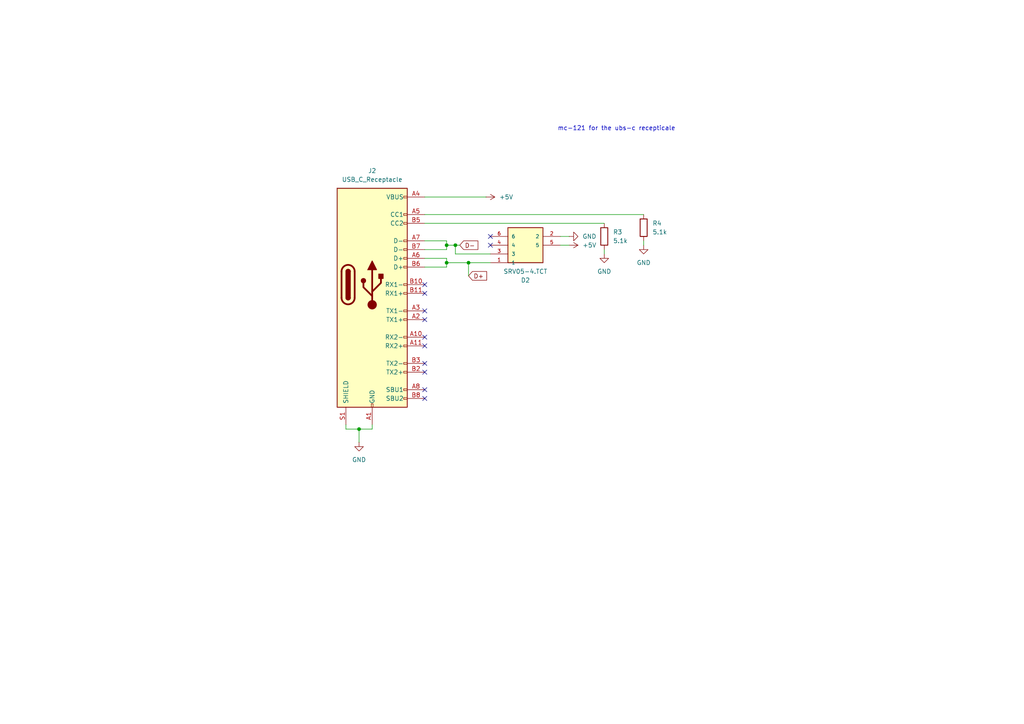
<source format=kicad_sch>
(kicad_sch (version 20250114) (generator "eeschema") (generator_version "9.0")
  (paper "A4")
  (lib_symbols
    (symbol "Connector:USB_C_Receptacle" (pin_names (offset 1.016))
      (property "Reference" "J" (at -10.16 29.21 0))
      (property "Value" "USB_C_Receptacle" (at 10.16 29.21 0))
      (symbol "USB_C_Receptacle_0_0"
        (rectangle (start -0.254 -35.56) (end 0.254 -34.544))
        (rectangle (start 10.16 25.654) (end 9.144 25.146))
        (rectangle (start 10.16 20.574) (end 9.144 20.066))
        (rectangle (start 10.16 18.034) (end 9.144 17.526))
        (rectangle (start 10.16 12.954) (end 9.144 12.446))
        (rectangle (start 10.16 10.414) (end 9.144 9.906))
        (rectangle (start 10.16 7.874) (end 9.144 7.366))
        (rectangle (start 10.16 5.334) (end 9.144 4.826))
        (rectangle (start 10.16 0.254) (end 9.144 -0.254))
        (rectangle (start 10.16 -2.286) (end 9.144 -2.794))
        (rectangle (start 10.16 -7.366) (end 9.144 -7.874))
        (rectangle (start 10.16 -9.906) (end 9.144 -10.414))
        (rectangle (start 10.16 -14.986) (end 9.144 -15.494))
        (rectangle (start 10.16 -17.526) (end 9.144 -18.034))
        (rectangle (start 10.16 -22.606) (end 9.144 -23.114))
        (rectangle (start 10.16 -25.146) (end 9.144 -25.654))
        (rectangle (start 10.16 -30.226) (end 9.144 -30.734))
        (rectangle (start 10.16 -32.766) (end 9.144 -33.274))
      )
      (symbol "USB_C_Receptacle_0_1"
        (rectangle (start -10.16 27.94) (end 10.16 -35.56) (stroke (width 0.254)) (fill (type background)))
        (polyline (pts (xy -8.89 -3.81) (xy -8.89 3.81)) (stroke (width 0.508)))
        (rectangle (start -7.62 -3.81) (end -6.35 3.81) (stroke (width 0.254)) (fill (type outline)))
        (arc (start -7.62 3.81) (mid -6.985 4.4423) (end -6.35 3.81) (stroke (width 0.254)))
        (arc (start -7.62 3.81) (mid -6.985 4.4423) (end -6.35 3.81) (stroke (width 0.254)) (fill (type outline)))
        (arc (start -8.89 3.81) (mid -6.985 5.7067) (end -5.08 3.81) (stroke (width 0.508)))
        (arc (start -5.08 -3.81) (mid -6.985 -5.7067) (end -8.89 -3.81) (stroke (width 0.508)))
        (arc (start -6.35 -3.81) (mid -6.985 -4.4423) (end -7.62 -3.81) (stroke (width 0.254)))
        (arc (start -6.35 -3.81) (mid -6.985 -4.4423) (end -7.62 -3.81) (stroke (width 0.254)) (fill (type outline)))
        (polyline (pts (xy -5.08 3.81) (xy -5.08 -3.81)) (stroke (width 0.508)))
      )
      (symbol "USB_C_Receptacle_1_1"
        (circle (center -2.54 1.143) (radius 0.635) (stroke (width 0.254)) (fill (type outline)))
        (polyline (pts (xy -1.27 4.318) (xy 0 6.858) (xy 1.27 4.318) (xy -1.27 4.318)) (stroke (width 0.254)) (fill (type outline)))
        (polyline (pts (xy 0 -2.032) (xy 2.54 0.508) (xy 2.54 1.778)) (stroke (width 0.508)))
        (polyline (pts (xy 0 -3.302) (xy -2.54 -0.762) (xy -2.54 0.508)) (stroke (width 0.508)))
        (polyline (pts (xy 0 -5.842) (xy 0 4.318)) (stroke (width 0.508)))
        (circle (center 0 -5.842) (radius 1.27) (fill (type outline)))
        (rectangle (start 1.905 1.778) (end 3.175 3.048) (stroke (width 0.254)) (fill (type outline)))
        (pin passive line (at -7.62 -40.64 90) (length 5.08) (name "SHIELD") (number "S1"))
        (pin passive line (at 0 -40.64 90) (length 5.08) (name "GND") (number "A1"))
        (pin passive line (at 0 -40.64 90) (length 5.08) (hide yes) (name "GND") (number "A12"))
        (pin passive line (at 0 -40.64 90) (length 5.08) (hide yes) (name "GND") (number "B1"))
        (pin passive line (at 0 -40.64 90) (length 5.08) (hide yes) (name "GND") (number "B12"))
        (pin passive line (at 15.24 25.4 180) (length 5.08) (name "VBUS") (number "A4"))
        (pin passive line (at 15.24 25.4 180) (length 5.08) (hide yes) (name "VBUS") (number "A9"))
        (pin passive line (at 15.24 25.4 180) (length 5.08) (hide yes) (name "VBUS") (number "B4"))
        (pin passive line (at 15.24 25.4 180) (length 5.08) (hide yes) (name "VBUS") (number "B9"))
        (pin bidirectional line (at 15.24 20.32 180) (length 5.08) (name "CC1") (number "A5"))
        (pin bidirectional line (at 15.24 17.78 180) (length 5.08) (name "CC2") (number "B5"))
        (pin bidirectional line (at 15.24 12.7 180) (length 5.08) (name "D-") (number "A7"))
        (pin bidirectional line (at 15.24 10.16 180) (length 5.08) (name "D-") (number "B7"))
        (pin bidirectional line (at 15.24 7.62 180) (length 5.08) (name "D+") (number "A6"))
        (pin bidirectional line (at 15.24 5.08 180) (length 5.08) (name "D+") (number "B6"))
        (pin bidirectional line (at 15.24 0 180) (length 5.08) (name "RX1-") (number "B10"))
        (pin bidirectional line (at 15.24 -2.54 180) (length 5.08) (name "RX1+") (number "B11"))
        (pin bidirectional line (at 15.24 -7.62 180) (length 5.08) (name "TX1-") (number "A3"))
        (pin bidirectional line (at 15.24 -10.16 180) (length 5.08) (name "TX1+") (number "A2"))
        (pin bidirectional line (at 15.24 -15.24 180) (length 5.08) (name "RX2-") (number "A10"))
        (pin bidirectional line (at 15.24 -17.78 180) (length 5.08) (name "RX2+") (number "A11"))
        (pin bidirectional line (at 15.24 -22.86 180) (length 5.08) (name "TX2-") (number "B3"))
        (pin bidirectional line (at 15.24 -25.4 180) (length 5.08) (name "TX2+") (number "B2"))
        (pin bidirectional line (at 15.24 -30.48 180) (length 5.08) (name "SBU1") (number "A8"))
        (pin bidirectional line (at 15.24 -33.02 180) (length 5.08) (name "SBU2") (number "B8"))
      )
    )
    (symbol "Device:R" (pin_numbers (hide yes)) (pin_names (offset 0))
      (property "Reference" "R" (at 2.032 0 90))
      (property "Value" "R" (at 0 0 90))
      (symbol "R_0_1"
        (rectangle (start -1.016 -2.54) (end 1.016 2.54) (stroke (width 0.254)))
      )
      (symbol "R_1_1"
        (pin passive line (at 0 3.81 270) (length 1.27) (name "~") (number "1"))
        (pin passive line (at 0 -3.81 90) (length 1.27) (name "~") (number "2"))
      )
    )
    (symbol "SRV05-4.TCT:SRV05-4.TCT" (pin_names (offset 1.016))
      (property "Reference" "D" (at -3.81 0 0))
      (property "Value" "SRV05-4.TCT" (at -3.81 2.54 0))
      (symbol "SRV05-4.TCT_0_0"
        (rectangle (start 5.08 -7.62) (end 15.24 2.54) (stroke (width 0.254)) (fill (type background)))
        (pin bidirectional line (at 0 -2.54 0) (length 5.08) (name "5") (number "5"))
        (pin bidirectional line (at 0 -5.08 0) (length 5.08) (name "2") (number "2"))
        (pin bidirectional line (at 20.32 2.54 180) (length 5.08) (name "1") (number "1"))
        (pin bidirectional line (at 20.32 0 180) (length 5.08) (name "3") (number "3"))
        (pin bidirectional line (at 20.32 -2.54 180) (length 5.08) (name "4") (number "4"))
        (pin bidirectional line (at 20.32 -5.08 180) (length 5.08) (name "6") (number "6"))
      )
    )
    (symbol "power:+5V" (power) (pin_numbers (hide yes)) (pin_names (offset 0) (hide yes))
      (property "Value" "+5V" (at 0 3.556 0))
      (symbol "+5V_0_1"
        (polyline (pts (xy -0.762 1.27) (xy 0 2.54)))
        (polyline (pts (xy 0 2.54) (xy 0.762 1.27)))
        (polyline (pts (xy 0 0) (xy 0 2.54)))
      )
      (symbol "+5V_1_1"
        (pin power_in line (at 0 0 90) (length 0) (name "~") (number "1"))
      )
    )
    (symbol "power:GND" (power) (pin_numbers (hide yes)) (pin_names (offset 0) (hide yes))
      (property "Value" "GND" (at 0 -3.81 0))
      (symbol "GND_0_1"
        (polyline (pts (xy 0 0) (xy 0 -1.27) (xy 1.27 -1.27) (xy 0 -2.54) (xy -1.27 -1.27) (xy 0 -1.27)))
      )
      (symbol "GND_1_1"
        (pin power_in line (at 0 0 270) (length 0) (name "~") (number "1"))
      )
    )
  )
  (text "\n" (at 157.226 37.338 0) (effects (font (size 1.27 1.27))))
  (text "mc-121 for the ubs-c recepticale\n" (at 178.816 37.338 0) (effects (font (size 1.27 1.27))))
  (junction (at 129.54 71.12))
  (junction (at 132.08 71.12))
  (junction (at 129.54 76.2))
  (junction (at 135.89 76.2))
  (junction (at 104.14 124.46))
  (no_connect (at 123.19 105.41))
  (no_connect (at 142.24 68.58))
  (no_connect (at 142.24 71.12))
  (no_connect (at 123.19 113.03))
  (no_connect (at 123.19 85.09))
  (no_connect (at 123.19 82.55))
  (no_connect (at 123.19 92.71))
  (no_connect (at 123.19 107.95))
  (no_connect (at 123.19 115.57))
  (no_connect (at 123.19 97.79))
  (no_connect (at 123.19 100.33))
  (no_connect (at 123.19 90.17))
  (wire (pts (xy 123.19 64.77) (xy 175.26 64.77)))
  (wire (pts (xy 175.26 72.39) (xy 175.26 73.66)))
  (wire (pts (xy 186.69 69.85) (xy 186.69 71.12)))
  (wire (pts (xy 129.54 77.47) (xy 123.19 77.47)))
  (wire (pts (xy 123.19 62.23) (xy 186.69 62.23)))
  (wire (pts (xy 107.95 124.46) (xy 107.95 123.19)))
  (wire (pts (xy 135.89 80.01) (xy 135.89 76.2)))
  (wire (pts (xy 104.14 124.46) (xy 104.14 128.27)))
  (wire (pts (xy 129.54 69.85) (xy 129.54 71.12)))
  (wire (pts (xy 132.08 71.12) (xy 132.08 73.66)))
  (wire (pts (xy 165.1 71.12) (xy 162.56 71.12)))
  (wire (pts (xy 123.19 74.93) (xy 129.54 74.93)))
  (wire (pts (xy 129.54 71.12) (xy 132.08 71.12)))
  (wire (pts (xy 165.1 68.58) (xy 162.56 68.58)))
  (wire (pts (xy 123.19 69.85) (xy 129.54 69.85)))
  (wire (pts (xy 135.89 76.2) (xy 142.24 76.2)))
  (wire (pts (xy 100.33 124.46) (xy 104.14 124.46)))
  (wire (pts (xy 132.08 73.66) (xy 142.24 73.66)))
  (wire (pts (xy 129.54 71.12) (xy 129.54 72.39)))
  (wire (pts (xy 129.54 72.39) (xy 123.19 72.39)))
  (wire (pts (xy 129.54 76.2) (xy 135.89 76.2)))
  (wire (pts (xy 129.54 76.2) (xy 129.54 77.47)))
  (wire (pts (xy 104.14 124.46) (xy 107.95 124.46)))
  (wire (pts (xy 129.54 74.93) (xy 129.54 76.2)))
  (wire (pts (xy 123.19 57.15) (xy 140.97 57.15)))
  (wire (pts (xy 100.33 124.46) (xy 100.33 123.19)))
  (wire (pts (xy 132.08 71.12) (xy 133.35 71.12)))
  (global_label "D-" (shape input) (at 133.35 71.12 0) (property "Intersheetrefs" "${INTERSHEET_REFS}" (effects (hide yes))))
  (global_label "D+" (shape input) (at 135.89 80.01 0) (property "Intersheetrefs" "${INTERSHEET_REFS}" (effects (hide yes))))
  (symbol (lib_id "Connector:USB_C_Receptacle") (at 107.95 82.55 0) (unit 1)
    (property "Reference" "J2" (at 107.95 49.53 0))
    (property "Value" "USB_C_Receptacle" (at 107.95 52.07 0))
    (property "Footprint" "Library:HRO_TYPE-C-31-M-12" (effects (hide yes)))
    (property "Datasheet" "https://www.usb.org/sites/default/files/documents/usb_type-c.zip" (effects (hide yes)))
    (property "Description" "USB Full-Featured Type-C Receptacle connector" (effects (hide yes)))
  )
  (symbol (lib_id "SRV05-4.TCT:SRV05-4.TCT") (at 162.56 73.66 180) (unit 1)
    (property "Reference" "D2" (at 152.4 81.28 0))
    (property "Value" "SRV05-4.TCT" (at 152.4 78.74 0))
    (property "Footprint" "Library:SOT95P280X145-6N" (effects (hide yes)))
    (property "MANUFACTURER_NAME" "SEMTECH" (effects (hide yes)))
    (property "MF" "UMW" (effects (hide yes)))
    (property "MOUSER_PRICE-STOCK" "https://www.mouser.com/Search/Refine.aspx?Keyword=947-SRV05-4.TCT" (effects (hide yes)))
    (property "DESCRIPTION" "Semtech SRV05-4.TCT, Uni-Directional TVS Diode Array, 300W, 6-Pin SOT-23" (effects (hide yes)))
    (property "MOUSER_PART_NUMBER" "947-SRV05-4.TCT" (effects (hide yes)))
    (property "Price" "None" (effects (hide yes)))
    (property "Package" "None" (effects (hide yes)))
    (property "Check_prices" "https://www.snapeda.com/parts/SRV05-4.TCT/UMW/view-part/?ref=eda" (effects (hide yes)))
    (property "HEIGHT" "1.45mm" (effects (hide yes)))
    (property "SnapEDA_Link" "https://www.snapeda.com/parts/SRV05-4.TCT/UMW/view-part/?ref=snap" (effects (hide yes)))
    (property "MP" "SRV05-4.TCT" (effects (hide yes)))
    (property "Description_1" "ESD Suppressors / TVS Diodes SOT-23 5V 4DIODE Low Capacitance" (effects (hide yes)))
    (property "Availability" "In Stock" (effects (hide yes)))
    (property "MANUFACTURER_PART_NUMBER" "SRV05-4.TCT" (effects (hide yes)))
  )
  (symbol (lib_id "power:+5V") (at 165.1 71.12 270) (unit 1)
    (property "Reference" "#PWR052" (effects (hide yes)))
    (property "Value" "+5V" (at 168.91 71.1201 90) (effects (justify left)))
    (property "Description" "Power symbol creates a global label with name \"+5V\"" (effects (hide yes)))
  )
  (symbol (lib_id "power:+5V") (at 140.97 57.15 270) (unit 1)
    (property "Reference" "#PWR050" (effects (hide yes)))
    (property "Value" "+5V" (at 144.78 57.1499 90) (effects (justify left)))
    (property "Description" "Power symbol creates a global label with name \"+5V\"" (effects (hide yes)))
  )
  (symbol (lib_id "Device:R") (at 186.69 66.04 0) (unit 1)
    (property "Reference" "R4" (at 189.23 64.7699 0) (effects (justify left)))
    (property "Value" "5.1k" (at 189.23 67.3099 0) (effects (justify left)))
    (property "Footprint" "Resistor_SMD:R_0805_2012Metric_Pad1.20x1.40mm_HandSolder" (effects (hide yes)))
    (property "Description" "Resistor" (effects (hide yes)))
  )
  (symbol (lib_id "power:GND") (at 175.26 73.66 0) (unit 1)
    (property "Reference" "#PWR048" (effects (hide yes)))
    (property "Value" "GND" (at 175.26 78.74 0))
    (property "Description" "Power symbol creates a global label with name \"GND\" , ground" (effects (hide yes)))
  )
  (symbol (lib_id "power:GND") (at 165.1 68.58 90) (unit 1)
    (property "Reference" "#PWR051" (effects (hide yes)))
    (property "Value" "GND" (at 168.91 68.5801 90) (effects (justify right)))
    (property "Description" "Power symbol creates a global label with name \"GND\" , ground" (effects (hide yes)))
  )
  (symbol (lib_id "power:GND") (at 104.14 128.27 0) (unit 1)
    (property "Reference" "#PWR047" (effects (hide yes)))
    (property "Value" "GND" (at 104.14 133.35 0))
    (property "Description" "Power symbol creates a global label with name \"GND\" , ground" (effects (hide yes)))
  )
  (symbol (lib_id "Device:R") (at 175.26 68.58 0) (unit 1)
    (property "Reference" "R3" (at 177.8 67.3099 0) (effects (justify left)))
    (property "Value" "5.1k" (at 177.8 69.8499 0) (effects (justify left)))
    (property "Footprint" "Resistor_SMD:R_0805_2012Metric_Pad1.20x1.40mm_HandSolder" (effects (hide yes)))
    (property "Description" "Resistor" (effects (hide yes)))
  )
  (symbol (lib_id "power:GND") (at 186.69 71.12 0) (unit 1)
    (property "Reference" "#PWR049" (effects (hide yes)))
    (property "Value" "GND" (at 186.69 76.2 0))
    (property "Description" "Power symbol creates a global label with name \"GND\" , ground" (effects (hide yes)))
  )
)
</source>
